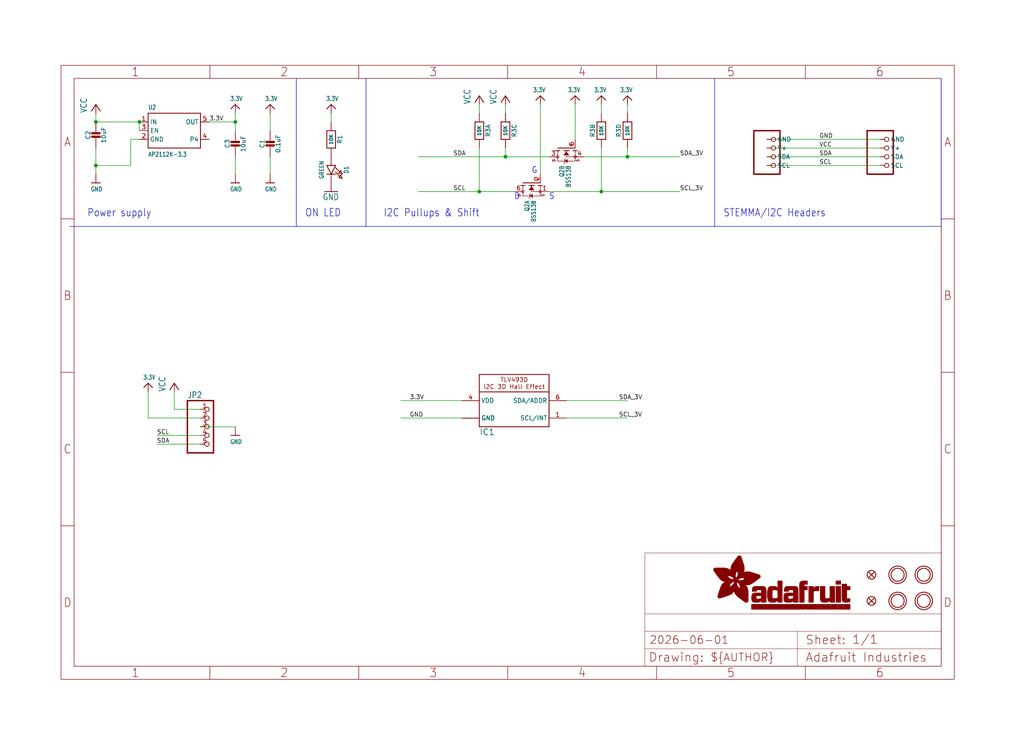
<source format=kicad_sch>
(kicad_sch (version 20230121) (generator eeschema)
  (paper "User" 298.45 217.322)
  (lib_symbols
    (symbol "working-eagle-import:3.3V" (power)
      (property "Value" "3.3V" (at -1.524 1.016 0))
      (symbol "3.3V_1_0"
        (pin power_in line (at 0 -2.54 90) (length 2.54) (name "3.3V") (number "1"))
      )
    )
    (symbol "working-eagle-import:CAP_CERAMIC0603_NO"
      (property "Reference" "C" (at -2.29 1.25 90))
      (symbol "CAP_CERAMIC0603_NO_1_0"
        (pin passive line (at 0 5.08 270) (length 2.54) (name "1") (number "1"))
        (pin passive line (at 0 -2.54 90) (length 2.54) (name "2") (number "2"))
      )
    )
    (symbol "working-eagle-import:CAP_CERAMIC0805-NOOUTLINE"
      (property "Reference" "C" (at -2.29 1.25 90))
      (symbol "CAP_CERAMIC0805-NOOUTLINE_1_0"
        (pin passive line (at 0 5.08 270) (length 2.54) (name "1") (number "1"))
        (pin passive line (at 0 -2.54 90) (length 2.54) (name "2") (number "2"))
      )
    )
    (symbol "working-eagle-import:FIDUCIAL_1MM")
    (symbol "working-eagle-import:FRAME_A4_ADAFRUIT"
      (symbol "FRAME_A4_ADAFRUIT_1_0"
        (text "${#}/${##}" (at 230.505 10.16 0) (effects (font (size 2.54 2.54)) (justify left bottom)))
        (text "${AUTHOR}" (at 189.23 5.08 0) (effects (font (size 2.286 2.286)) (justify left bottom)))
        (text "${CURRENT_DATE}" (at 171.45 10.16 0) (effects (font (size 2.286 2.286)) (justify left bottom)))
        (text "${PROJECTNAME}" (at 171.45 15.24 0) (effects (font (size 2.54 2.54)) (justify left bottom)))
        (text "1" (at 21.6958 1.905 0) (effects (font (size 2.54 2.286))))
        (text "1" (at 21.6958 177.165 0) (effects (font (size 2.54 2.286))))
        (text "2" (at 65.0875 1.905 0) (effects (font (size 2.54 2.286))))
        (text "2" (at 65.0875 177.165 0) (effects (font (size 2.54 2.286))))
        (text "3" (at 108.4792 1.905 0) (effects (font (size 2.54 2.286))))
        (text "3" (at 108.4792 177.165 0) (effects (font (size 2.54 2.286))))
        (text "4" (at 151.8708 1.905 0) (effects (font (size 2.54 2.286))))
        (text "4" (at 151.8708 177.165 0) (effects (font (size 2.54 2.286))))
        (text "5" (at 195.2625 1.905 0) (effects (font (size 2.54 2.286))))
        (text "5" (at 195.2625 177.165 0) (effects (font (size 2.54 2.286))))
        (text "6" (at 238.6542 1.905 0) (effects (font (size 2.54 2.286))))
        (text "6" (at 238.6542 177.165 0) (effects (font (size 2.54 2.286))))
        (text "A" (at 1.905 156.6863 0) (effects (font (size 2.54 2.286))))
        (text "A" (at 258.445 156.6863 0) (effects (font (size 2.54 2.286))))
        (text "Adafruit Industries" (at 216.916 4.953 0) (effects (font (size 2.54 2.54)) (justify left bottom)))
        (text "B" (at 1.905 111.9188 0) (effects (font (size 2.54 2.286))))
        (text "B" (at 258.445 111.9188 0) (effects (font (size 2.54 2.286))))
        (text "C" (at 1.905 67.1513 0) (effects (font (size 2.54 2.286))))
        (text "C" (at 258.445 67.1513 0) (effects (font (size 2.54 2.286))))
        (text "D" (at 1.905 22.3838 0) (effects (font (size 2.54 2.286))))
        (text "D" (at 258.445 22.3838 0) (effects (font (size 2.54 2.286))))
        (text "Drawing:" (at 171.196 4.953 0) (effects (font (size 2.54 2.54)) (justify left bottom)))
        (text "Sheet:" (at 216.916 10.033 0) (effects (font (size 2.54 2.54)) (justify left bottom)))
      )
    )
    (symbol "working-eagle-import:GND" (power)
      (property "Value" "GND" (at -1.524 -2.54 0))
      (symbol "GND_1_0"
        (pin power_in line (at 0 2.54 270) (length 2.54) (name "GND") (number "1"))
      )
    )
    (symbol "working-eagle-import:HEADER-1X5ROUND"
      (property "Reference" "JP" (at -6.35 8.255 0))
      (symbol "HEADER-1X5ROUND_1_0"
        (pin passive inverted (at -2.54 5.08 0) (length 2.54) (name "1") (number "1"))
        (pin passive inverted (at -2.54 2.54 0) (length 2.54) (name "2") (number "2"))
        (pin passive inverted (at -2.54 0 0) (length 2.54) (name "3") (number "3"))
        (pin passive inverted (at -2.54 -2.54 0) (length 2.54) (name "4") (number "4"))
        (pin passive inverted (at -2.54 -5.08 0) (length 2.54) (name "5") (number "5"))
      )
    )
    (symbol "working-eagle-import:LED0603_NOOUTLINE"
      (property "Reference" "D" (at -1.27 4.445 0))
      (symbol "LED0603_NOOUTLINE_1_0"
        (pin passive line (at -5.08 0 0) (length 2.54) (name "A") (number "A"))
        (pin passive line (at 2.54 0 180) (length 2.54) (name "C") (number "C"))
      )
    )
    (symbol "working-eagle-import:MOSFET-N_DUAL"
      (property "Reference" "Q" (at 5.08 0.635 0))
      (symbol "MOSFET-N_DUAL_1_0"
        (text "D" (at 3.175 3.175 0) (effects (font (size 0.8128 0.6908)) (justify left bottom)))
        (text "G" (at -1.27 -1.905 0) (effects (font (size 0.8128 0.6908)) (justify left bottom)))
        (text "S" (at 3.175 -3.81 0) (effects (font (size 0.8128 0.6908)) (justify left bottom)))
        (pin bidirectional line (at 2.54 -5.08 90) (length 2.54) (name "S") (number "1"))
        (pin bidirectional line (at -2.54 -2.54 0) (length 2.54) (name "G") (number "2"))
        (pin bidirectional line (at 2.54 5.08 270) (length 2.54) (name "D") (number "6"))
      )
      (symbol "MOSFET-N_DUAL_2_0"
        (text "D" (at 3.175 3.175 0) (effects (font (size 0.8128 0.6908)) (justify left bottom)))
        (text "G" (at -1.27 -1.905 0) (effects (font (size 0.8128 0.6908)) (justify left bottom)))
        (text "S" (at 3.175 -3.81 0) (effects (font (size 0.8128 0.6908)) (justify left bottom)))
        (pin bidirectional line (at 2.54 5.08 270) (length 2.54) (name "D") (number "3"))
        (pin bidirectional line (at 2.54 -5.08 90) (length 2.54) (name "S") (number "4"))
        (pin bidirectional line (at -2.54 -2.54 0) (length 2.54) (name "G") (number "5"))
      )
    )
    (symbol "working-eagle-import:MOUNTINGHOLE2.5")
    (symbol "working-eagle-import:RESISTOR_0603_NOOUT"
      (property "Reference" "R" (at 0 2.54 0))
      (symbol "RESISTOR_0603_NOOUT_1_0"
        (pin passive line (at -5.08 0 0) (length 2.54) (name "1") (number "1"))
        (pin passive line (at 5.08 0 180) (length 2.54) (name "2") (number "2"))
      )
    )
    (symbol "working-eagle-import:RESISTOR_4PACK"
      (property "Reference" "R" (at 0 2.54 0))
      (symbol "RESISTOR_4PACK_1_0"
        (pin passive line (at -5.08 0 0) (length 2.54) (name "1") (number "1"))
        (pin passive line (at 5.08 0 180) (length 2.54) (name "2") (number "8"))
      )
      (symbol "RESISTOR_4PACK_2_0"
        (pin passive line (at -5.08 0 0) (length 2.54) (name "1") (number "2"))
        (pin passive line (at 5.08 0 180) (length 2.54) (name "2") (number "7"))
      )
      (symbol "RESISTOR_4PACK_3_0"
        (pin passive line (at -5.08 0 0) (length 2.54) (name "1") (number "3"))
        (pin passive line (at 5.08 0 180) (length 2.54) (name "2") (number "6"))
      )
      (symbol "RESISTOR_4PACK_4_0"
        (pin passive line (at -5.08 0 0) (length 2.54) (name "1") (number "4"))
        (pin passive line (at 5.08 0 180) (length 2.54) (name "2") (number "5"))
      )
    )
    (symbol "working-eagle-import:STEMMA_I2C_QT"
      (symbol "STEMMA_I2C_QT_1_0"
        (pin passive inverted (at 0 5.08 0) (length 2.54) (name "GND") (number "1"))
        (pin passive inverted (at 0 2.54 0) (length 2.54) (name "V+") (number "2"))
        (pin passive inverted (at 0 0 0) (length 2.54) (name "SDA") (number "3"))
        (pin passive inverted (at 0 -2.54 0) (length 2.54) (name "SCL") (number "4"))
      )
      (symbol "STEMMA_I2C_QT_2_0"
        (pin bidirectional line (at 0 0 0) (length 5.08) (name "MT") (number "MT1"))
      )
      (symbol "STEMMA_I2C_QT_3_0"
        (pin bidirectional line (at 0 0 0) (length 5.08) (name "MT") (number "MT2"))
      )
    )
    (symbol "working-eagle-import:TLV493D"
      (property "Reference" "IC" (at -10.16 -7.62 0))
      (symbol "TLV493D_1_0"
        (text "TLV493D\nI2C 3D Hall Effect" (at 0 7.62 0) (effects (font (size 1.27 1.27))))
        (pin bidirectional line (at 15.24 -2.54 180) (length 5.08) (name "SCL/INT") (number "1"))
        (pin power_in line (at -15.24 -2.54 0) (length 5.08) (name "GND") (number "2"))
        (pin power_in line (at -15.24 -2.54 0) (length 5.08) (name "GND") (number "3"))
        (pin power_in line (at -15.24 2.54 0) (length 5.08) (name "VDD") (number "4"))
        (pin power_in line (at -15.24 -2.54 0) (length 5.08) (name "GND") (number "5"))
        (pin bidirectional line (at 15.24 2.54 180) (length 5.08) (name "SDA/ADDR") (number "6"))
      )
    )
    (symbol "working-eagle-import:VCC" (power)
      (property "Value" "VCC" (at -2.54 -2.54 90))
      (symbol "VCC_1_0"
        (pin power_in line (at 0 -2.54 90) (length 2.54) (name "VCC") (number "1"))
      )
    )
    (symbol "working-eagle-import:VREG_SOT23-5"
      (property "Reference" "U" (at -7.62 6.096 0))
      (symbol "VREG_SOT23-5_1_0"
        (pin power_in line (at -10.16 2.54 0) (length 2.54) (name "IN") (number "1"))
        (pin power_in line (at -10.16 -2.54 0) (length 2.54) (name "GND") (number "2"))
        (pin input line (at -10.16 0 0) (length 2.54) (name "EN") (number "3"))
        (pin bidirectional line (at 10.16 -2.54 180) (length 2.54) (name "P4") (number "4"))
        (pin power_in line (at 10.16 2.54 180) (length 2.54) (name "OUT") (number "5"))
      )
    )
    (symbol "working-eagle-import:supply1_GND" (power)
      (property "Value" "supply1_GND" (at -2.54 -2.54 0))
      (symbol "supply1_GND_1_0"
        (pin power_in line (at 0 2.54 270) (length 2.54) (name "GND") (number "1"))
      )
    )
  )
  (junction (at 27.94 48.26))
  (junction (at 175.26 55.88))
  (junction (at 139.7 55.88))
  (junction (at 147.32 45.72))
  (junction (at 182.88 45.72))
  (junction (at 27.94 35.56))
  (junction (at 68.58 35.56))
  (junction (at 40.64 35.56))
  (wire (pts (xy 40.64 35.56) (xy 27.94 35.56)) (stroke (width 0.1524)))
  (wire (pts (xy 40.64 38.1) (xy 40.64 35.56)) (stroke (width 0.1524)))
  (wire (pts (xy 256.54 45.72) (xy 223.52 45.72)) (stroke (width 0.1524)))
  (polyline (pts (xy 86.36 66.04) (xy 106.68 66.04)) (stroke (width 0.1524) (type solid)))
  (wire (pts (xy 43.18 121.92) (xy 43.18 114.3)) (stroke (width 0.1524)))
  (wire (pts (xy 58.42 124.46) (xy 68.58 124.46)) (stroke (width 0.1524)))
  (wire (pts (xy 27.94 48.26) (xy 27.94 43.18)) (stroke (width 0.1524)))
  (wire (pts (xy 38.1 40.64) (xy 38.1 48.26)) (stroke (width 0.1524)))
  (wire (pts (xy 78.74 33.02) (xy 78.74 38.1)) (stroke (width 0.1524)))
  (wire (pts (xy 182.88 33.02) (xy 182.88 30.48)) (stroke (width 0.1524)))
  (wire (pts (xy 50.8 119.38) (xy 50.8 114.3)) (stroke (width 0.1524)))
  (wire (pts (xy 27.94 33.02) (xy 27.94 35.56)) (stroke (width 0.1524)))
  (wire (pts (xy 58.42 129.54) (xy 45.72 129.54)) (stroke (width 0.1524)))
  (wire (pts (xy 134.62 121.92) (xy 116.84 121.92)) (stroke (width 0.1524)))
  (wire (pts (xy 134.62 116.84) (xy 116.84 116.84)) (stroke (width 0.1524)))
  (wire (pts (xy 165.1 121.92) (xy 182.88 121.92)) (stroke (width 0.1524)))
  (wire (pts (xy 58.42 119.38) (xy 50.8 119.38)) (stroke (width 0.1524)))
  (wire (pts (xy 78.74 45.72) (xy 78.74 50.8)) (stroke (width 0.1524)))
  (wire (pts (xy 139.7 55.88) (xy 121.92 55.88)) (stroke (width 0.1524)))
  (wire (pts (xy 170.18 45.72) (xy 182.88 45.72)) (stroke (width 0.1524)))
  (wire (pts (xy 139.7 43.18) (xy 139.7 55.88)) (stroke (width 0.1524)))
  (polyline (pts (xy 106.68 22.86) (xy 106.68 66.04)) (stroke (width 0.1524) (type solid)))
  (polyline (pts (xy 274.32 22.86) (xy 274.32 66.04)) (stroke (width 0.1524) (type solid)))
  (polyline (pts (xy 208.28 66.04) (xy 274.32 66.04)) (stroke (width 0.1524) (type solid)))
  (wire (pts (xy 182.88 43.18) (xy 182.88 45.72)) (stroke (width 0.1524)))
  (wire (pts (xy 27.94 48.26) (xy 27.94 50.8)) (stroke (width 0.1524)))
  (wire (pts (xy 223.52 43.18) (xy 256.54 43.18)) (stroke (width 0.1524)))
  (wire (pts (xy 160.02 55.88) (xy 175.26 55.88)) (stroke (width 0.1524)))
  (wire (pts (xy 38.1 48.26) (xy 27.94 48.26)) (stroke (width 0.1524)))
  (wire (pts (xy 68.58 35.56) (xy 68.58 38.1)) (stroke (width 0.1524)))
  (wire (pts (xy 175.26 33.02) (xy 175.26 30.48)) (stroke (width 0.1524)))
  (polyline (pts (xy 106.68 66.04) (xy 208.28 66.04)) (stroke (width 0.1524) (type solid)))
  (wire (pts (xy 175.26 43.18) (xy 175.26 55.88)) (stroke (width 0.1524)))
  (wire (pts (xy 40.64 40.64) (xy 38.1 40.64)) (stroke (width 0.1524)))
  (wire (pts (xy 96.52 33.02) (xy 96.52 35.56)) (stroke (width 0.1524)))
  (wire (pts (xy 147.32 45.72) (xy 121.92 45.72)) (stroke (width 0.1524)))
  (wire (pts (xy 175.26 55.88) (xy 198.12 55.88)) (stroke (width 0.1524)))
  (wire (pts (xy 256.54 40.64) (xy 223.52 40.64)) (stroke (width 0.1524)))
  (wire (pts (xy 58.42 121.92) (xy 43.18 121.92)) (stroke (width 0.1524)))
  (wire (pts (xy 167.64 40.64) (xy 167.64 30.48)) (stroke (width 0.1524)))
  (wire (pts (xy 223.52 48.26) (xy 256.54 48.26)) (stroke (width 0.1524)))
  (polyline (pts (xy 20.32 66.04) (xy 86.36 66.04)) (stroke (width 0.1524) (type solid)))
  (wire (pts (xy 157.48 50.8) (xy 157.48 30.48)) (stroke (width 0.1524)))
  (wire (pts (xy 147.32 43.18) (xy 147.32 45.72)) (stroke (width 0.1524)))
  (wire (pts (xy 160.02 45.72) (xy 147.32 45.72)) (stroke (width 0.1524)))
  (wire (pts (xy 68.58 35.56) (xy 68.58 33.02)) (stroke (width 0.1524)))
  (wire (pts (xy 149.86 55.88) (xy 139.7 55.88)) (stroke (width 0.1524)))
  (wire (pts (xy 60.96 35.56) (xy 68.58 35.56)) (stroke (width 0.1524)))
  (wire (pts (xy 165.1 116.84) (xy 182.88 116.84)) (stroke (width 0.1524)))
  (wire (pts (xy 68.58 45.72) (xy 68.58 50.8)) (stroke (width 0.1524)))
  (polyline (pts (xy 86.36 22.86) (xy 86.36 66.04)) (stroke (width 0.1524) (type solid)))
  (polyline (pts (xy 208.28 22.86) (xy 208.28 66.04)) (stroke (width 0.1524) (type solid)))
  (wire (pts (xy 182.88 45.72) (xy 198.12 45.72)) (stroke (width 0.1524)))
  (wire (pts (xy 58.42 127) (xy 45.72 127)) (stroke (width 0.1524)))
  (wire (pts (xy 139.7 30.48) (xy 139.7 33.02)) (stroke (width 0.1524)))
  (wire (pts (xy 147.32 33.02) (xy 147.32 30.48)) (stroke (width 0.1524)))
  (text "Power supply" (at 25.4 63.5 0) (effects (font (size 2.1844 1.8567)) (justify left bottom)))
  (text "D" (at 149.86 58.42 0) (effects (font (size 1.778 1.5113)) (justify left bottom)))
  (text "I2C Pullups & Shift" (at 111.76 63.5 0) (effects (font (size 2.1844 1.8567)) (justify left bottom)))
  (text "STEMMA/I2C Headers" (at 210.82 63.5 0) (effects (font (size 2.1844 1.8567)) (justify left bottom)))
  (text "G" (at 154.94 50.8 0) (effects (font (size 1.778 1.5113)) (justify left bottom)))
  (text "S" (at 160.02 58.42 0) (effects (font (size 1.778 1.5113)) (justify left bottom)))
  (text "ON LED" (at 88.9 63.5 0) (effects (font (size 2.1844 1.8567)) (justify left bottom)))
  (label "3.3V" (at 119.38 116.84 0) (effects (font (size 1.2446 1.2446))))
  (label "SCL" (at 45.72 127 0) (effects (font (size 1.2446 1.2446))))
  (label "VCC" (at 238.76 43.18 0) (effects (font (size 1.2446 1.2446))))
  (label "SDA_3V" (at 180.34 116.84 0) (effects (font (size 1.2446 1.2446))))
  (label "SCL" (at 132.08 55.88 0) (effects (font (size 1.2446 1.2446))))
  (label "SCL_3V" (at 198.12 55.88 0) (effects (font (size 1.2446 1.2446))))
  (label "SCL" (at 238.76 48.26 0) (effects (font (size 1.2446 1.2446))))
  (label "3.3V" (at 60.96 35.56 0) (effects (font (size 1.2446 1.2446))))
  (label "SDA" (at 45.72 129.54 0) (effects (font (size 1.2446 1.2446))))
  (label "SDA" (at 238.76 45.72 0) (effects (font (size 1.2446 1.2446))))
  (label "SDA_3V" (at 198.12 45.72 0) (effects (font (size 1.2446 1.2446))))
  (label "GND" (at 238.76 40.64 0) (effects (font (size 1.2446 1.2446))))
  (label "GND" (at 119.38 121.92 0) (effects (font (size 1.2446 1.2446))))
  (label "SDA" (at 132.08 45.72 0) (effects (font (size 1.2446 1.2446))))
  (label "SCL_3V" (at 180.34 121.92 0) (effects (font (size 1.2446 1.2446))))
  (symbol (lib_id "working-eagle-import:VCC") (at 139.7 27.94 0) (unit 1)
    (property "Reference" "#P+1" (effects hide))
    (property "Value" "VCC" (at 137.16 30.48 90) (effects (font (size 1.778 1.5113)) (justify left bottom)))
  )
  (symbol (lib_id "working-eagle-import:GND") (at 78.74 53.34 0) (unit 1)
    (property "Reference" "#U$6" (effects hide))
    (property "Value" "GND" (at 77.216 55.88 0) (effects (font (size 1.27 1.0795)) (justify left bottom)))
  )
  (symbol (lib_id "working-eagle-import:RESISTOR_0603_NOOUT") (at 96.52 40.64 270) (unit 1)
    (property "Reference" "R1" (at 99.06 40.64 0))
    (property "Value" "10K" (at 96.52 40.64 0) (effects (font (size 1.016 1.016) bold)))
    (property "Footprint" "working:0603-NO" (effects hide))
  )
  (symbol (lib_id "working-eagle-import:FRAME_A4_ADAFRUIT") (at 17.78 198.12 0) (unit 1)
    (property "Reference" "#U$18" (effects hide))
    (property "Value" "FRAME_A4_ADAFRUIT" (effects hide))
  )
  (symbol (lib_id "working-eagle-import:VCC") (at 27.94 30.48 0) (unit 1)
    (property "Reference" "#P+3" (effects hide))
    (property "Value" "VCC" (at 25.4 33.02 90) (effects (font (size 1.778 1.5113)) (justify left bottom)))
  )
  (symbol (lib_id "working-eagle-import:3.3V") (at 182.88 27.94 0) (mirror y) (unit 1)
    (property "Reference" "#U$7" (effects hide))
    (property "Value" "3.3V" (at 184.404 26.924 0) (effects (font (size 1.27 1.0795)) (justify left bottom)))
  )
  (symbol (lib_id "working-eagle-import:FIDUCIAL_1MM") (at 254 167.64 0) (unit 1)
    (property "Reference" "FID4" (effects hide))
    (property "Value" "FIDUCIAL_1MM" (effects hide))
    (property "Footprint" "working:FIDUCIAL_1MM" (effects hide))
  )
  (symbol (lib_id "working-eagle-import:VCC") (at 50.8 111.76 0) (unit 1)
    (property "Reference" "#P+4" (effects hide))
    (property "Value" "VCC" (at 48.26 114.3 90) (effects (font (size 1.778 1.5113)) (justify left bottom)))
  )
  (symbol (lib_id "working-eagle-import:RESISTOR_4PACK") (at 139.7 38.1 270) (unit 1)
    (property "Reference" "R3" (at 142.24 38.1 0))
    (property "Value" "10K" (at 139.7 38.1 0) (effects (font (size 1.016 1.016) bold)))
    (property "Footprint" "working:RESPACK_4X0603" (effects hide))
  )
  (symbol (lib_id "working-eagle-import:TLV493D") (at 149.86 119.38 0) (unit 1)
    (property "Reference" "IC1" (at 139.7 127 0) (effects (font (size 1.778 1.778)) (justify left bottom)))
    (property "Value" "TLV493D" (effects hide))
    (property "Footprint" "working:SOT23-6" (effects hide))
  )
  (symbol (lib_id "working-eagle-import:CAP_CERAMIC0603_NO") (at 78.74 43.18 0) (unit 1)
    (property "Reference" "C1" (at 76.45 41.93 90))
    (property "Value" "0.1uF" (at 81.04 41.93 90))
    (property "Footprint" "working:0603-NO" (effects hide))
  )
  (symbol (lib_id "working-eagle-import:MOSFET-N_DUAL") (at 165.1 43.18 90) (mirror x) (unit 2)
    (property "Reference" "Q2" (at 164.465 48.26 0) (effects (font (size 1.27 1.0795)) (justify left bottom)))
    (property "Value" "BSS138" (at 166.37 48.26 0) (effects (font (size 1.27 1.0795)) (justify left bottom)))
    (property "Footprint" "working:SOT363" (effects hide))
  )
  (symbol (lib_id "working-eagle-import:CAP_CERAMIC0805-NOOUTLINE") (at 27.94 40.64 0) (unit 1)
    (property "Reference" "C2" (at 25.65 39.39 90))
    (property "Value" "10uF" (at 30.24 39.39 90))
    (property "Footprint" "working:0805-NO" (effects hide))
  )
  (symbol (lib_id "working-eagle-import:MOUNTINGHOLE2.5") (at 261.62 167.64 0) (unit 1)
    (property "Reference" "U$17" (effects hide))
    (property "Value" "MOUNTINGHOLE2.5" (effects hide))
    (property "Footprint" "working:MOUNTINGHOLE_2.5_PLATED" (effects hide))
  )
  (symbol (lib_id "working-eagle-import:MOUNTINGHOLE2.5") (at 269.24 167.64 0) (unit 1)
    (property "Reference" "U$19" (effects hide))
    (property "Value" "MOUNTINGHOLE2.5" (effects hide))
    (property "Footprint" "working:MOUNTINGHOLE_2.5_PLATED" (effects hide))
  )
  (symbol (lib_id "working-eagle-import:3.3V") (at 96.52 30.48 0) (unit 1)
    (property "Reference" "#U$3" (effects hide))
    (property "Value" "3.3V" (at 94.996 29.464 0) (effects (font (size 1.27 1.0795)) (justify left bottom)))
  )
  (symbol (lib_id "working-eagle-import:HEADER-1X5ROUND") (at 60.96 124.46 0) (unit 1)
    (property "Reference" "JP2" (at 54.61 116.205 0) (effects (font (size 1.778 1.5113)) (justify left bottom)))
    (property "Value" "HEADER-1X5ROUND" (effects hide))
    (property "Footprint" "working:1X05_ROUND" (effects hide))
  )
  (symbol (lib_id "working-eagle-import:STEMMA_I2C_QT") (at 256.54 45.72 0) (unit 1)
    (property "Reference" "CONN4" (effects hide))
    (property "Value" "STEMMA_I2C_QT" (effects hide))
    (property "Footprint" "working:JST_SH4" (effects hide))
  )
  (symbol (lib_id "working-eagle-import:supply1_GND") (at 96.52 55.88 0) (unit 1)
    (property "Reference" "#GND6" (effects hide))
    (property "Value" "GND" (at 93.98 58.42 0) (effects (font (size 1.778 1.5113)) (justify left bottom)))
  )
  (symbol (lib_id "working-eagle-import:3.3V") (at 43.18 111.76 0) (unit 1)
    (property "Reference" "#U$16" (effects hide))
    (property "Value" "3.3V" (at 41.656 110.744 0) (effects (font (size 1.27 1.0795)) (justify left bottom)))
  )
  (symbol (lib_id "working-eagle-import:3.3V") (at 175.26 27.94 0) (mirror y) (unit 1)
    (property "Reference" "#U$24" (effects hide))
    (property "Value" "3.3V" (at 176.784 26.924 0) (effects (font (size 1.27 1.0795)) (justify left bottom)))
  )
  (symbol (lib_id "working-eagle-import:MOSFET-N_DUAL") (at 154.94 53.34 90) (mirror x) (unit 1)
    (property "Reference" "Q2" (at 154.305 58.42 0) (effects (font (size 1.27 1.0795)) (justify left bottom)))
    (property "Value" "BSS138" (at 156.21 58.42 0) (effects (font (size 1.27 1.0795)) (justify left bottom)))
    (property "Footprint" "working:SOT363" (effects hide))
  )
  (symbol (lib_id "working-eagle-import:MOUNTINGHOLE2.5") (at 261.62 175.26 0) (unit 1)
    (property "Reference" "U$1" (effects hide))
    (property "Value" "MOUNTINGHOLE2.5" (effects hide))
    (property "Footprint" "working:MOUNTINGHOLE_2.5_PLATED" (effects hide))
  )
  (symbol (lib_id "working-eagle-import:GND") (at 68.58 53.34 0) (unit 1)
    (property "Reference" "#U$5" (effects hide))
    (property "Value" "GND" (at 67.056 55.88 0) (effects (font (size 1.27 1.0795)) (justify left bottom)))
  )
  (symbol (lib_id "working-eagle-import:3.3V") (at 68.58 30.48 0) (unit 1)
    (property "Reference" "#U$15" (effects hide))
    (property "Value" "3.3V" (at 67.056 29.464 0) (effects (font (size 1.27 1.0795)) (justify left bottom)))
  )
  (symbol (lib_id "working-eagle-import:LED0603_NOOUTLINE") (at 96.52 50.8 270) (unit 1)
    (property "Reference" "D1" (at 100.965 49.53 0) (effects (font (size 1.27 1.0795))))
    (property "Value" "GREEN" (at 93.726 49.53 0) (effects (font (size 1.27 1.0795))))
    (property "Footprint" "working:CHIPLED_0603_NOOUTLINE" (effects hide))
  )
  (symbol (lib_id "working-eagle-import:FIDUCIAL_1MM") (at 254 175.26 0) (unit 1)
    (property "Reference" "FID3" (effects hide))
    (property "Value" "FIDUCIAL_1MM" (effects hide))
    (property "Footprint" "working:FIDUCIAL_1MM" (effects hide))
  )
  (symbol (lib_id "working-eagle-import:VREG_SOT23-5") (at 50.8 38.1 0) (unit 1)
    (property "Reference" "U2" (at 43.18 32.004 0) (effects (font (size 1.27 1.0795)) (justify left bottom)))
    (property "Value" "AP2112K-3.3" (at 43.18 45.72 0) (effects (font (size 1.27 1.0795)) (justify left bottom)))
    (property "Footprint" "working:SOT23-5" (effects hide))
  )
  (symbol (lib_id "working-eagle-import:MOUNTINGHOLE2.5") (at 269.24 175.26 0) (unit 1)
    (property "Reference" "U$21" (effects hide))
    (property "Value" "MOUNTINGHOLE2.5" (effects hide))
    (property "Footprint" "working:MOUNTINGHOLE_2.5_PLATED" (effects hide))
  )
  (symbol (lib_id "working-eagle-import:RESISTOR_4PACK") (at 175.26 38.1 90) (mirror x) (unit 2)
    (property "Reference" "R3" (at 172.72 38.1 0))
    (property "Value" "10K" (at 175.26 38.1 0) (effects (font (size 1.016 1.016) bold)))
    (property "Footprint" "working:RESPACK_4X0603" (effects hide))
  )
  (symbol (lib_id "working-eagle-import:GND") (at 68.58 127 0) (unit 1)
    (property "Reference" "#U$10" (effects hide))
    (property "Value" "GND" (at 67.056 129.54 0) (effects (font (size 1.27 1.0795)) (justify left bottom)))
  )
  (symbol (lib_id "working-eagle-import:RESISTOR_4PACK") (at 147.32 38.1 270) (unit 3)
    (property "Reference" "R3" (at 149.86 38.1 0))
    (property "Value" "10K" (at 147.32 38.1 0) (effects (font (size 1.016 1.016) bold)))
    (property "Footprint" "working:RESPACK_4X0603" (effects hide))
  )
  (symbol (lib_id "working-eagle-import:GND") (at 27.94 53.34 0) (unit 1)
    (property "Reference" "#U$13" (effects hide))
    (property "Value" "GND" (at 26.416 55.88 0) (effects (font (size 1.27 1.0795)) (justify left bottom)))
  )
  (symbol (lib_id "working-eagle-import:3.3V") (at 78.74 30.48 0) (unit 1)
    (property "Reference" "#U$14" (effects hide))
    (property "Value" "3.3V" (at 77.216 29.464 0) (effects (font (size 1.27 1.0795)) (justify left bottom)))
  )
  (symbol (lib_id "working-eagle-import:CAP_CERAMIC0805-NOOUTLINE") (at 68.58 43.18 0) (unit 1)
    (property "Reference" "C3" (at 66.29 41.93 90))
    (property "Value" "10uF" (at 70.88 41.93 90))
    (property "Footprint" "working:0805-NO" (effects hide))
  )
  (symbol (lib_id "working-eagle-import:STEMMA_I2C_QT") (at 223.52 45.72 0) (unit 1)
    (property "Reference" "CONN3" (effects hide))
    (property "Value" "STEMMA_I2C_QT" (effects hide))
    (property "Footprint" "working:JST_SH4" (effects hide))
  )
  (symbol (lib_id "working-eagle-import:VCC") (at 147.32 27.94 0) (unit 1)
    (property "Reference" "#P+2" (effects hide))
    (property "Value" "VCC" (at 144.78 30.48 90) (effects (font (size 1.778 1.5113)) (justify left bottom)))
  )
  (symbol (lib_id "working-eagle-import:RESISTOR_4PACK") (at 182.88 38.1 90) (mirror x) (unit 4)
    (property "Reference" "R3" (at 180.34 38.1 0))
    (property "Value" "10K" (at 182.88 38.1 0) (effects (font (size 1.016 1.016) bold)))
    (property "Footprint" "working:RESPACK_4X0603" (effects hide))
  )
  (symbol (lib_id "working-eagle-import:3.3V") (at 157.48 27.94 0) (mirror y) (unit 1)
    (property "Reference" "#U$26" (effects hide))
    (property "Value" "3.3V" (at 159.004 26.924 0) (effects (font (size 1.27 1.0795)) (justify left bottom)))
  )
  (symbol (lib_id "working-eagle-import:3.3V") (at 167.64 27.94 0) (mirror y) (unit 1)
    (property "Reference" "#U$23" (effects hide))
    (property "Value" "3.3V" (at 169.164 26.924 0) (effects (font (size 1.27 1.0795)) (justify left bottom)))
  )
)
</source>
